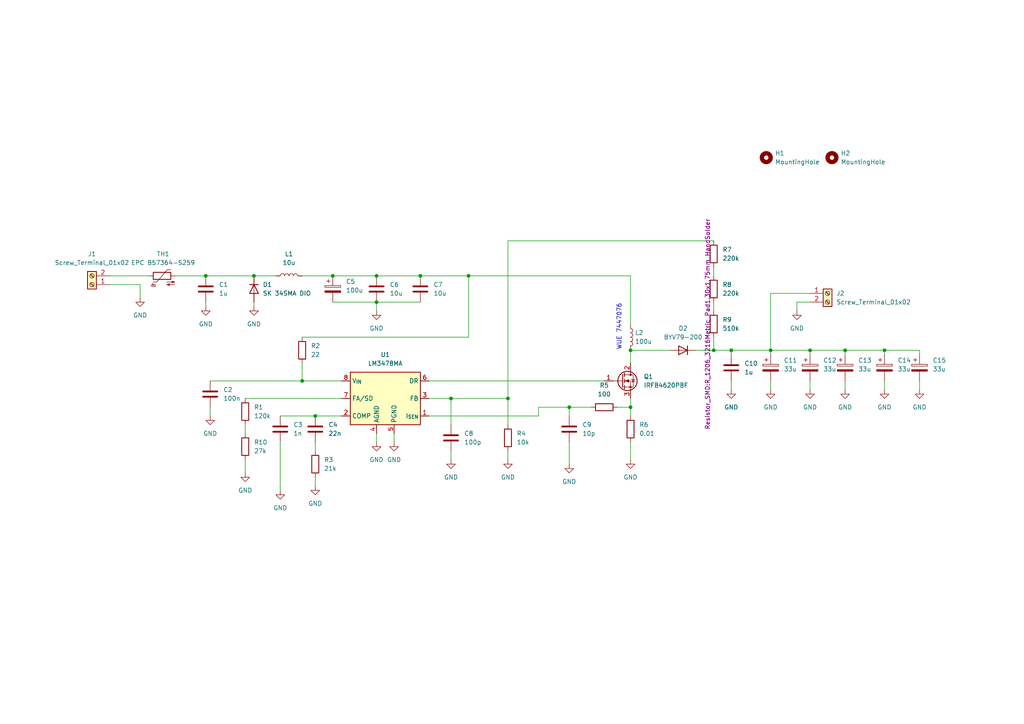
<source format=kicad_sch>
(kicad_sch (version 20211123) (generator eeschema)
  (paper "A4")
  (lib_symbols
    (symbol "Connector:Screw_Terminal_01x02" (pin_names (offset 1.016) hide)
      (property "Reference" "J" (at 0 2.54 0))
      (property "Value" "Screw_Terminal_01x02" (at 0 -5.08 0))
      (symbol "Screw_Terminal_01x02_1_1"
        (rectangle (start -1.27 1.27) (end 1.27 -3.81) (stroke (width 0.254)) (fill (type background)))
        (circle (center 0 -2.54) (radius 0.635) (stroke (width 0.1524)))
        (polyline (pts (xy -0.5334 -2.2098) (xy 0.3302 -3.048)) (stroke (width 0.1524)))
        (polyline (pts (xy -0.5334 0.3302) (xy 0.3302 -0.508)) (stroke (width 0.1524)))
        (polyline (pts (xy -0.3556 -2.032) (xy 0.508 -2.8702)) (stroke (width 0.1524)))
        (polyline (pts (xy -0.3556 0.508) (xy 0.508 -0.3302)) (stroke (width 0.1524)))
        (circle (center 0 0) (radius 0.635) (stroke (width 0.1524)))
        (pin passive line (at -5.08 0 0) (length 3.81) (name "Pin_1") (number "1"))
        (pin passive line (at -5.08 -2.54 0) (length 3.81) (name "Pin_2") (number "2"))
      )
    )
    (symbol "Device:C" (pin_numbers hide) (pin_names (offset 0.254))
      (property "Reference" "C" (at 0.635 2.54 0))
      (property "Value" "C" (at 0.635 -2.54 0))
      (symbol "C_0_1"
        (polyline (pts (xy -2.032 -0.762) (xy 2.032 -0.762)) (stroke (width 0.508)))
        (polyline (pts (xy -2.032 0.762) (xy 2.032 0.762)) (stroke (width 0.508)))
      )
      (symbol "C_1_1"
        (pin passive line (at 0 3.81 270) (length 2.794) (name "~") (number "1"))
        (pin passive line (at 0 -3.81 90) (length 2.794) (name "~") (number "2"))
      )
    )
    (symbol "Device:C_Polarized" (pin_numbers hide) (pin_names (offset 0.254))
      (property "Reference" "C" (at 0.635 2.54 0))
      (property "Value" "C_Polarized" (at 0.635 -2.54 0))
      (symbol "C_Polarized_0_1"
        (rectangle (start -2.286 0.508) (end 2.286 1.016))
        (polyline (pts (xy -1.778 2.286) (xy -0.762 2.286)))
        (polyline (pts (xy -1.27 2.794) (xy -1.27 1.778)))
        (rectangle (start 2.286 -0.508) (end -2.286 -1.016) (fill (type outline)))
      )
      (symbol "C_Polarized_1_1"
        (pin passive line (at 0 3.81 270) (length 2.794) (name "~") (number "1"))
        (pin passive line (at 0 -3.81 90) (length 2.794) (name "~") (number "2"))
      )
    )
    (symbol "Device:L" (pin_numbers hide) (pin_names (offset 1.016) hide)
      (property "Reference" "L" (at -1.27 0 90))
      (property "Value" "L" (at 1.905 0 90))
      (symbol "L_0_1"
        (arc (start 0 -2.54) (mid 0.635 -1.905) (end 0 -1.27))
        (arc (start 0 -1.27) (mid 0.635 -0.635) (end 0 0))
        (arc (start 0 0) (mid 0.635 0.635) (end 0 1.27))
        (arc (start 0 1.27) (mid 0.635 1.905) (end 0 2.54))
      )
      (symbol "L_1_1"
        (pin passive line (at 0 3.81 270) (length 1.27) (name "1") (number "1"))
        (pin passive line (at 0 -3.81 90) (length 1.27) (name "2") (number "2"))
      )
    )
    (symbol "Device:Q_NMOS_GDS" (pin_names (offset 0) hide)
      (property "Reference" "Q" (at 5.08 1.27 0))
      (property "Value" "Q_NMOS_GDS" (at 5.08 -1.27 0))
      (symbol "Q_NMOS_GDS_0_1"
        (polyline (pts (xy 0.254 0) (xy -2.54 0)))
        (polyline (pts (xy 0.254 1.905) (xy 0.254 -1.905)) (stroke (width 0.254)))
        (polyline (pts (xy 0.762 -1.27) (xy 0.762 -2.286)) (stroke (width 0.254)))
        (polyline (pts (xy 0.762 0.508) (xy 0.762 -0.508)) (stroke (width 0.254)))
        (polyline (pts (xy 0.762 2.286) (xy 0.762 1.27)) (stroke (width 0.254)))
        (polyline (pts (xy 2.54 2.54) (xy 2.54 1.778)))
        (polyline (pts (xy 2.54 -2.54) (xy 2.54 0) (xy 0.762 0)))
        (polyline (pts (xy 0.762 -1.778) (xy 3.302 -1.778) (xy 3.302 1.778) (xy 0.762 1.778)))
        (polyline (pts (xy 1.016 0) (xy 2.032 0.381) (xy 2.032 -0.381) (xy 1.016 0)) (fill (type outline)))
        (polyline (pts (xy 2.794 0.508) (xy 2.921 0.381) (xy 3.683 0.381) (xy 3.81 0.254)))
        (polyline (pts (xy 3.302 0.381) (xy 2.921 -0.254) (xy 3.683 -0.254) (xy 3.302 0.381)))
        (circle (center 1.651 0) (radius 2.794) (stroke (width 0.254)))
        (circle (center 2.54 -1.778) (radius 0.254) (fill (type outline)))
        (circle (center 2.54 1.778) (radius 0.254) (fill (type outline)))
      )
      (symbol "Q_NMOS_GDS_1_1"
        (pin input line (at -5.08 0 0) (length 2.54) (name "G") (number "1"))
        (pin passive line (at 2.54 5.08 270) (length 2.54) (name "D") (number "2"))
        (pin passive line (at 2.54 -5.08 90) (length 2.54) (name "S") (number "3"))
      )
    )
    (symbol "Device:R" (pin_numbers hide) (pin_names (offset 0))
      (property "Reference" "R" (at 2.032 0 90))
      (property "Value" "R" (at 0 0 90))
      (symbol "R_0_1"
        (rectangle (start -1.016 -2.54) (end 1.016 2.54) (stroke (width 0.254)))
      )
      (symbol "R_1_1"
        (pin passive line (at 0 3.81 270) (length 1.27) (name "~") (number "1"))
        (pin passive line (at 0 -3.81 90) (length 1.27) (name "~") (number "2"))
      )
    )
    (symbol "Device:Thermistor_NTC" (pin_numbers hide) (pin_names (offset 0))
      (property "Reference" "TH" (at -4.445 0 90))
      (property "Value" "Thermistor_NTC" (at 3.175 0 90))
      (symbol "Thermistor_NTC_0_1"
        (arc (start -3.048 2.159) (mid -3.0495 2.3143) (end -3.175 2.413))
        (arc (start -3.048 2.159) (mid -2.9736 1.9794) (end -2.794 1.905))
        (arc (start -3.048 2.794) (mid -2.9736 2.6144) (end -2.794 2.54))
        (arc (start -2.794 1.905) (mid -2.6144 1.9794) (end -2.54 2.159))
        (arc (start -2.794 2.54) (mid -2.4393 2.5587) (end -2.159 2.794))
        (arc (start -2.794 3.048) (mid -2.9736 2.9736) (end -3.048 2.794))
        (arc (start -2.54 2.794) (mid -2.6144 2.9736) (end -2.794 3.048))
        (rectangle (start -1.016 2.54) (end 1.016 -2.54) (stroke (width 0.254)))
        (polyline (pts (xy -2.54 2.159) (xy -2.54 2.794)))
        (polyline (pts (xy -1.778 2.54) (xy -1.778 1.524) (xy 1.778 -1.524) (xy 1.778 -2.54)))
        (polyline (pts (xy -2.54 -3.683) (xy -2.54 -1.397) (xy -2.794 -2.159) (xy -2.286 -2.159) (xy -2.54 -1.397) (xy -2.54 -1.651)) (fill (type outline)))
        (polyline (pts (xy -1.778 -1.397) (xy -1.778 -3.683) (xy -2.032 -2.921) (xy -1.524 -2.921) (xy -1.778 -3.683) (xy -1.778 -3.429)) (fill (type outline)))
      )
      (symbol "Thermistor_NTC_1_1"
        (pin passive line (at 0 3.81 270) (length 1.27) (name "~") (number "1"))
        (pin passive line (at 0 -3.81 90) (length 1.27) (name "~") (number "2"))
      )
    )
    (symbol "Diode:BYV79-200" (pin_numbers hide) (pin_names (offset 1.016) hide)
      (property "Reference" "D" (at 0 2.54 0))
      (property "Value" "BYV79-200" (at 0 -2.54 0))
      (symbol "BYV79-200_0_1"
        (polyline (pts (xy -1.27 1.27) (xy -1.27 -1.27)) (stroke (width 0.254)))
        (polyline (pts (xy 1.27 0) (xy -1.27 0)))
        (polyline (pts (xy 1.27 1.27) (xy 1.27 -1.27) (xy -1.27 0) (xy 1.27 1.27)) (stroke (width 0.254)))
      )
      (symbol "BYV79-200_1_1"
        (pin passive line (at -3.81 0 0) (length 2.54) (name "K") (number "1"))
        (pin passive line (at 3.81 0 180) (length 2.54) (name "A") (number "2"))
      )
    )
    (symbol "Mechanical:MountingHole" (pin_names (offset 1.016))
      (property "Reference" "H" (at 0 5.08 0))
      (property "Value" "MountingHole" (at 0 3.175 0))
      (symbol "MountingHole_0_1"
        (circle (center 0 0) (radius 1.27) (stroke (width 1.27)))
      )
    )
    (symbol "Regulator_Controller:LM3478MA"
      (property "Reference" "U" (at -9.525 8.89 0))
      (property "Value" "LM3478MA" (at 5.08 8.89 0))
      (symbol "LM3478MA_0_1"
        (rectangle (start -10.16 7.62) (end 10.16 -7.62) (stroke (width 0.254)) (fill (type background)))
      )
      (symbol "LM3478MA_1_1"
        (pin input line (at 12.7 -5.08 180) (length 2.54) (name "I_{SEN}") (number "1"))
        (pin input line (at -12.7 -5.08 0) (length 2.54) (name "COMP") (number "2"))
        (pin input line (at 12.7 0 180) (length 2.54) (name "FB") (number "3"))
        (pin power_in line (at -2.54 -10.16 90) (length 2.54) (name "AGND") (number "4"))
        (pin power_in line (at 2.54 -10.16 90) (length 2.54) (name "PGND") (number "5"))
        (pin output line (at 12.7 5.08 180) (length 2.54) (name "DR") (number "6"))
        (pin input line (at -12.7 0 0) (length 2.54) (name "FA/SD") (number "7"))
        (pin power_in line (at -12.7 5.08 0) (length 2.54) (name "V_{IN}") (number "8"))
      )
    )
    (symbol "power:GND" (power) (pin_names (offset 0))
      (property "Value" "GND" (at 0 -3.81 0))
      (symbol "GND_0_1"
        (polyline (pts (xy 0 0) (xy 0 -1.27) (xy 1.27 -1.27) (xy 0 -2.54) (xy -1.27 -1.27) (xy 0 -1.27)))
      )
      (symbol "GND_1_1"
        (pin power_in line (at 0 0 270) (length 0) hide (name "GND") (number "1"))
      )
    )
  )
  (junction (at 245.11 101.6))
  (junction (at 212.09 101.6))
  (junction (at 207.01 101.6))
  (junction (at 109.22 87.63))
  (junction (at 135.89 80.01))
  (junction (at 121.92 80.01))
  (junction (at 59.69 80.01))
  (junction (at 256.54 101.6))
  (junction (at 109.22 80.01))
  (junction (at 87.63 110.49))
  (junction (at 182.88 118.11))
  (junction (at 73.66 80.01))
  (junction (at 91.44 120.65))
  (junction (at 165.1 118.11))
  (junction (at 234.95 101.6))
  (junction (at 130.81 115.57))
  (junction (at 182.88 101.6))
  (junction (at 223.52 101.6))
  (junction (at 96.52 80.01))
  (junction (at 147.32 115.57))
  (wire (pts (xy 147.32 115.57) (xy 147.32 123.19)))
  (wire (pts (xy 73.66 87.63) (xy 73.66 88.9)))
  (wire (pts (xy 135.89 80.01) (xy 182.88 80.01)))
  (wire (pts (xy 31.75 80.01) (xy 43.18 80.01)))
  (wire (pts (xy 96.52 80.01) (xy 109.22 80.01)))
  (wire (pts (xy 109.22 125.73) (xy 109.22 128.27)))
  (wire (pts (xy 223.52 85.09) (xy 223.52 101.6)))
  (wire (pts (xy 182.88 115.57) (xy 182.88 118.11)))
  (wire (pts (xy 40.64 82.55) (xy 40.64 86.36)))
  (wire (pts (xy 156.21 120.65) (xy 156.21 118.11)))
  (wire (pts (xy 124.46 115.57) (xy 130.81 115.57)))
  (wire (pts (xy 234.95 101.6) (xy 245.11 101.6)))
  (wire (pts (xy 114.3 125.73) (xy 114.3 128.27)))
  (wire (pts (xy 245.11 101.6) (xy 256.54 101.6)))
  (wire (pts (xy 71.12 115.57) (xy 99.06 115.57)))
  (wire (pts (xy 165.1 118.11) (xy 165.1 120.65)))
  (wire (pts (xy 91.44 128.27) (xy 91.44 130.81)))
  (wire (pts (xy 135.89 97.79) (xy 135.89 80.01)))
  (wire (pts (xy 256.54 101.6) (xy 256.54 102.87)))
  (wire (pts (xy 212.09 101.6) (xy 223.52 101.6)))
  (wire (pts (xy 212.09 101.6) (xy 212.09 102.87)))
  (wire (pts (xy 81.28 120.65) (xy 91.44 120.65)))
  (wire (pts (xy 179.07 118.11) (xy 182.88 118.11)))
  (wire (pts (xy 147.32 69.85) (xy 207.01 69.85)))
  (wire (pts (xy 87.63 105.41) (xy 87.63 110.49)))
  (wire (pts (xy 96.52 87.63) (xy 109.22 87.63)))
  (wire (pts (xy 223.52 101.6) (xy 234.95 101.6)))
  (wire (pts (xy 156.21 118.11) (xy 165.1 118.11)))
  (wire (pts (xy 234.95 101.6) (xy 234.95 102.87)))
  (wire (pts (xy 59.69 80.01) (xy 73.66 80.01)))
  (wire (pts (xy 171.45 118.11) (xy 165.1 118.11)))
  (wire (pts (xy 231.14 87.63) (xy 231.14 90.17)))
  (wire (pts (xy 266.7 110.49) (xy 266.7 113.03)))
  (wire (pts (xy 87.63 110.49) (xy 60.96 110.49)))
  (wire (pts (xy 87.63 97.79) (xy 135.89 97.79)))
  (wire (pts (xy 50.8 80.01) (xy 59.69 80.01)))
  (wire (pts (xy 256.54 110.49) (xy 256.54 113.03)))
  (wire (pts (xy 245.11 101.6) (xy 245.11 102.87)))
  (wire (pts (xy 182.88 118.11) (xy 182.88 120.65)))
  (wire (pts (xy 256.54 101.6) (xy 266.7 101.6)))
  (wire (pts (xy 207.01 87.63) (xy 207.01 90.17)))
  (wire (pts (xy 91.44 138.43) (xy 91.44 140.97)))
  (wire (pts (xy 182.88 101.6) (xy 182.88 105.41)))
  (wire (pts (xy 109.22 87.63) (xy 109.22 90.17)))
  (wire (pts (xy 223.52 101.6) (xy 223.52 102.87)))
  (wire (pts (xy 71.12 133.35) (xy 71.12 137.16)))
  (wire (pts (xy 165.1 128.27) (xy 165.1 134.62)))
  (wire (pts (xy 207.01 101.6) (xy 212.09 101.6)))
  (wire (pts (xy 31.75 82.55) (xy 40.64 82.55)))
  (wire (pts (xy 266.7 102.87) (xy 266.7 101.6)))
  (wire (pts (xy 201.93 101.6) (xy 207.01 101.6)))
  (wire (pts (xy 130.81 115.57) (xy 130.81 123.19)))
  (wire (pts (xy 207.01 77.47) (xy 207.01 80.01)))
  (wire (pts (xy 109.22 87.63) (xy 121.92 87.63)))
  (wire (pts (xy 182.88 80.01) (xy 182.88 93.98)))
  (wire (pts (xy 147.32 130.81) (xy 147.32 133.35)))
  (wire (pts (xy 130.81 130.81) (xy 130.81 133.35)))
  (wire (pts (xy 109.22 80.01) (xy 121.92 80.01)))
  (wire (pts (xy 234.95 87.63) (xy 231.14 87.63)))
  (wire (pts (xy 182.88 101.6) (xy 194.31 101.6)))
  (wire (pts (xy 245.11 110.49) (xy 245.11 113.03)))
  (wire (pts (xy 59.69 87.63) (xy 59.69 88.9)))
  (wire (pts (xy 60.96 118.11) (xy 60.96 120.65)))
  (wire (pts (xy 99.06 110.49) (xy 87.63 110.49)))
  (wire (pts (xy 87.63 80.01) (xy 96.52 80.01)))
  (wire (pts (xy 223.52 110.49) (xy 223.52 113.03)))
  (wire (pts (xy 207.01 101.6) (xy 207.01 97.79)))
  (wire (pts (xy 182.88 133.35) (xy 182.88 128.27)))
  (wire (pts (xy 124.46 120.65) (xy 156.21 120.65)))
  (wire (pts (xy 121.92 80.01) (xy 135.89 80.01)))
  (wire (pts (xy 73.66 80.01) (xy 80.01 80.01)))
  (wire (pts (xy 212.09 110.49) (xy 212.09 113.03)))
  (wire (pts (xy 130.81 115.57) (xy 147.32 115.57)))
  (wire (pts (xy 147.32 115.57) (xy 147.32 69.85)))
  (wire (pts (xy 234.95 110.49) (xy 234.95 113.03)))
  (wire (pts (xy 81.28 128.27) (xy 81.28 142.24)))
  (wire (pts (xy 124.46 110.49) (xy 175.26 110.49)))
  (wire (pts (xy 91.44 120.65) (xy 99.06 120.65)))
  (wire (pts (xy 234.95 85.09) (xy 223.52 85.09)))
  (wire (pts (xy 71.12 123.19) (xy 71.12 125.73)))
  (text "WUE 7447076" (at 180.34 101.6 90) (effects (font (size 1.27 1.27)) (justify left bottom)))
  (symbol (lib_id "Device:Thermistor_NTC") (at 46.99 80.01 90) (unit 1)
    (property "Reference" "TH1" (at 47.3075 73.66 90))
    (property "Value" "EPC B57364-S259" (at 47.3075 76.2 90))
    (property "Footprint" "Resistor_THT:R_Axial_Power_L20.0mm_W6.4mm_P7.62mm_Vertical" (effects hide))
  )
  (symbol (lib_id "Device:C") (at 130.81 127 0) (unit 1)
    (property "Reference" "C8" (at 134.62 125.7299 0) (effects (justify left)))
    (property "Value" "100p" (at 134.62 128.2699 0) (effects (justify left)))
    (property "Footprint" "Capacitor_SMD:C_0603_1608Metric_Pad1.08x0.95mm_HandSolder" (effects hide))
  )
  (symbol (lib_id "Diode:BYV79-200") (at 198.12 101.6 180) (unit 1)
    (property "Reference" "D2" (at 198.12 95.25 0))
    (property "Value" "BYV79-200" (at 198.12 97.79 0))
    (property "Footprint" "Package_TO_SOT_THT:TO-220-2_Vertical" (effects hide))
    (property "Datasheet" "http://pdf.datasheetcatalog.com/datasheet/philips/BYV79-100.pdf" (effects hide))
  )
  (symbol (lib_id "Device:C_Polarized") (at 223.52 106.68 0) (unit 1)
    (property "Reference" "C11" (at 227.33 104.5209 0) (effects (justify left)))
    (property "Value" "33u" (at 227.33 107.0609 0) (effects (justify left)))
    (property "Footprint" "Capacitor_THT:C_Radial_D10.0mm_H20.0mm_P5.00mm" (effects hide))
  )
  (symbol (lib_id "Device:C") (at 91.44 124.46 0) (unit 1)
    (property "Reference" "C4" (at 95.25 123.1899 0) (effects (justify left)))
    (property "Value" "22n" (at 95.25 125.7299 0) (effects (justify left)))
    (property "Footprint" "Capacitor_SMD:C_0603_1608Metric_Pad1.08x0.95mm_HandSolder" (effects hide))
  )
  (symbol (lib_id "power:GND") (at 40.64 86.36 0) (unit 1)
    (property "Reference" "#PWR0112" (effects hide))
    (property "Value" "GND" (at 40.64 91.44 0))
  )
  (symbol (lib_id "Mechanical:MountingHole") (at 241.3 45.72 0) (unit 1)
    (property "Reference" "H2" (at 243.84 44.4499 0) (effects (justify left)))
    (property "Value" "MountingHole" (at 243.84 46.9899 0) (effects (justify left)))
    (property "Footprint" "MountingHole:MountingHole_2.7mm_M2.5" (effects hide))
  )
  (symbol (lib_id "power:GND") (at 91.44 140.97 0) (unit 1)
    (property "Reference" "#PWR0108" (effects hide))
    (property "Value" "GND" (at 91.44 146.05 0))
  )
  (symbol (lib_id "Connector:Screw_Terminal_01x02") (at 26.67 82.55 180) (unit 1)
    (property "Reference" "J1" (at 26.67 73.66 0))
    (property "Value" "Screw_Terminal_01x02" (at 26.67 76.2 0))
    (property "Footprint" "TerminalBlock_Phoenix:TerminalBlock_Phoenix_PT-1,5-2-3.5-H_1x02_P3.50mm_Horizontal" (effects hide))
  )
  (symbol (lib_id "power:GND") (at 59.69 88.9 0) (unit 1)
    (property "Reference" "#PWR0114" (effects hide))
    (property "Value" "GND" (at 59.69 93.98 0))
  )
  (symbol (lib_id "Device:C_Polarized") (at 256.54 106.68 0) (unit 1)
    (property "Reference" "C14" (at 260.35 104.5209 0) (effects (justify left)))
    (property "Value" "33u" (at 260.35 107.0609 0) (effects (justify left)))
    (property "Footprint" "Capacitor_THT:C_Radial_D10.0mm_H20.0mm_P5.00mm" (effects hide))
  )
  (symbol (lib_id "power:GND") (at 165.1 134.62 0) (unit 1)
    (property "Reference" "#PWR0102" (effects hide))
    (property "Value" "GND" (at 165.1 139.7 0))
  )
  (symbol (lib_id "Device:C") (at 121.92 83.82 0) (unit 1)
    (property "Reference" "C7" (at 125.73 82.5499 0) (effects (justify left)))
    (property "Value" "10u" (at 125.73 85.0899 0) (effects (justify left)))
    (property "Footprint" "Resistor_SMD:R_1210_3225Metric_Pad1.30x2.65mm_HandSolder" (effects hide))
  )
  (symbol (lib_id "Connector:Screw_Terminal_01x02") (at 240.03 85.09 0) (unit 1)
    (property "Reference" "J2" (at 242.57 85.0899 0) (effects (justify left)))
    (property "Value" "Screw_Terminal_01x02" (at 242.57 87.6299 0) (effects (justify left)))
    (property "Footprint" "TerminalBlock_Phoenix:TerminalBlock_Phoenix_PT-1,5-2-3.5-H_1x02_P3.50mm_Horizontal" (effects hide))
  )
  (symbol (lib_id "Device:C") (at 212.09 106.68 0) (unit 1)
    (property "Reference" "C10" (at 215.9 105.4099 0) (effects (justify left)))
    (property "Value" "1u" (at 215.9 107.9499 0) (effects (justify left)))
    (property "Footprint" "Capacitor_THT:C_Rect_L18.0mm_W7.0mm_P15.00mm_FKS3_FKP3" (effects hide))
  )
  (symbol (lib_id "power:GND") (at 109.22 128.27 0) (unit 1)
    (property "Reference" "#PWR0105" (effects hide))
    (property "Value" "GND" (at 109.22 133.35 0))
  )
  (symbol (lib_id "Device:R") (at 182.88 124.46 0) (unit 1)
    (property "Reference" "R6" (at 185.42 123.1899 0) (effects (justify left)))
    (property "Value" "0,01" (at 185.42 125.7299 0) (effects (justify left)))
    (property "Footprint" "Resistor_SMD:R_1206_3216Metric_Pad1.30x1.75mm_HandSolder" (effects hide))
  )
  (symbol (lib_id "Device:R") (at 207.01 73.66 0) (unit 1)
    (property "Reference" "R7" (at 209.55 72.3899 0) (effects (justify left)))
    (property "Value" "220k" (at 209.55 74.9299 0) (effects (justify left)))
    (property "Footprint" "Resistor_SMD:R_1206_3216Metric_Pad1.30x1.75mm_HandSolder" (effects hide))
  )
  (symbol (lib_id "power:GND") (at 266.7 113.03 0) (unit 1)
    (property "Reference" "#PWR0121" (effects hide))
    (property "Value" "GND" (at 266.7 118.11 0))
  )
  (symbol (lib_id "Device:C_Polarized") (at 96.52 83.82 0) (unit 1)
    (property "Reference" "C5" (at 100.33 81.6609 0) (effects (justify left)))
    (property "Value" "100u" (at 100.33 84.2009 0) (effects (justify left)))
    (property "Footprint" "Capacitor_THT:C_Radial_D8.0mm_H11.5mm_P3.50mm" (effects hide))
  )
  (symbol (lib_id "Device:R") (at 207.01 83.82 0) (unit 1)
    (property "Reference" "R8" (at 209.55 82.5499 0) (effects (justify left)))
    (property "Value" "220k" (at 209.55 85.0899 0) (effects (justify left)))
    (property "Footprint" "Resistor_SMD:R_1206_3216Metric_Pad1.30x1.75mm_HandSolder" (effects hide))
  )
  (symbol (lib_id "Device:R") (at 87.63 101.6 0) (unit 1)
    (property "Reference" "R2" (at 90.17 100.3299 0) (effects (justify left)))
    (property "Value" "22" (at 90.17 102.8699 0) (effects (justify left)))
    (property "Footprint" "Resistor_SMD:R_0805_2012Metric_Pad1.20x1.40mm_HandSolder" (effects hide))
  )
  (symbol (lib_id "Regulator_Controller:LM3478MA") (at 111.76 115.57 0) (unit 1)
    (property "Reference" "U1" (at 111.76 102.87 0))
    (property "Value" "LM3478MA" (at 111.76 105.41 0))
    (property "Footprint" "Package_SO:SOIC-8_3.9x4.9mm_P1.27mm" (effects hide))
    (property "Datasheet" "https://www.ti.com/lit/gpn/lm3478" (effects hide))
  )
  (symbol (lib_id "power:GND") (at 60.96 120.65 0) (unit 1)
    (property "Reference" "#PWR0111" (effects hide))
    (property "Value" "GND" (at 60.96 125.73 0))
  )
  (symbol (lib_id "Device:Q_NMOS_GDS") (at 180.34 110.49 0) (unit 1)
    (property "Reference" "Q1" (at 186.69 109.2199 0) (effects (justify left)))
    (property "Value" "IRFB4620PBF" (at 186.69 111.7599 0) (effects (justify left)))
    (property "Footprint" "Package_TO_SOT_THT:TO-220-3_Vertical" (effects hide))
  )
  (symbol (lib_id "Device:C_Polarized") (at 245.11 106.68 0) (unit 1)
    (property "Reference" "C13" (at 248.92 104.5209 0) (effects (justify left)))
    (property "Value" "33u" (at 248.92 107.0609 0) (effects (justify left)))
    (property "Footprint" "Capacitor_THT:C_Radial_D10.0mm_H20.0mm_P5.00mm" (effects hide))
  )
  (symbol (lib_id "Device:C") (at 60.96 114.3 0) (unit 1)
    (property "Reference" "C2" (at 64.77 113.0299 0) (effects (justify left)))
    (property "Value" "100n" (at 64.77 115.5699 0) (effects (justify left)))
    (property "Footprint" "Capacitor_SMD:C_0805_2012Metric_Pad1.18x1.45mm_HandSolder" (effects hide))
  )
  (symbol (lib_id "Device:C") (at 59.69 83.82 0) (unit 1)
    (property "Reference" "C1" (at 63.5 82.5499 0) (effects (justify left)))
    (property "Value" "1u" (at 63.5 85.0899 0) (effects (justify left)))
    (property "Footprint" "Resistor_SMD:R_0805_2012Metric_Pad1.20x1.40mm_HandSolder" (effects hide))
  )
  (symbol (lib_id "Device:R") (at 91.44 134.62 0) (unit 1)
    (property "Reference" "R3" (at 93.98 133.3499 0) (effects (justify left)))
    (property "Value" "21k" (at 93.98 135.8899 0) (effects (justify left)))
    (property "Footprint" "Resistor_SMD:R_0805_2012Metric_Pad1.20x1.40mm_HandSolder" (effects hide))
  )
  (symbol (lib_id "Device:C") (at 81.28 124.46 0) (unit 1)
    (property "Reference" "C3" (at 85.09 123.1899 0) (effects (justify left)))
    (property "Value" "1n" (at 85.09 125.7299 0) (effects (justify left)))
    (property "Footprint" "Capacitor_SMD:C_0603_1608Metric_Pad1.08x0.95mm_HandSolder" (effects hide))
  )
  (symbol (lib_id "power:GND") (at 109.22 90.17 0) (unit 1)
    (property "Reference" "#PWR0109" (effects hide))
    (property "Value" "GND" (at 109.22 95.25 0))
  )
  (symbol (lib_id "power:GND") (at 231.14 90.17 0) (unit 1)
    (property "Reference" "#PWR0118" (effects hide))
    (property "Value" "GND" (at 231.14 95.25 0))
  )
  (symbol (lib_id "power:GND") (at 130.81 133.35 0) (unit 1)
    (property "Reference" "#PWR0104" (effects hide))
    (property "Value" "GND" (at 130.81 138.43 0))
  )
  (symbol (lib_id "Device:R") (at 207.01 93.98 0) (unit 1)
    (property "Reference" "R9" (at 209.55 92.7099 0) (effects (justify left)))
    (property "Value" "510k" (at 209.55 95.2499 0) (effects (justify left)))
    (property "Footprint" "Resistor_SMD:R_1206_3216Metric_Pad1.30x1.75mm_HandSolder" (at 205.232 93.98 90))
  )
  (symbol (lib_id "power:GND") (at 147.32 133.35 0) (unit 1)
    (property "Reference" "#PWR0103" (effects hide))
    (property "Value" "GND" (at 147.32 138.43 0))
  )
  (symbol (lib_id "Diode:BYV79-200") (at 73.66 83.82 270) (unit 1)
    (property "Reference" "D1" (at 76.2 82.5499 90) (effects (justify left)))
    (property "Value" "SK 34SMA DIO" (at 76.2 85.0899 90) (effects (justify left)))
    (property "Footprint" "Diode_SMD:D_SMA" (effects hide))
    (property "Datasheet" "http://pdf.datasheetcatalog.com/datasheet/philips/BYV79-100.pdf" (effects hide))
  )
  (symbol (lib_id "power:GND") (at 245.11 113.03 0) (unit 1)
    (property "Reference" "#PWR0117" (effects hide))
    (property "Value" "GND" (at 245.11 118.11 0))
  )
  (symbol (lib_id "Device:L") (at 83.82 80.01 90) (unit 1)
    (property "Reference" "L1" (at 83.82 73.66 90))
    (property "Value" "10u" (at 83.82 76.2 90))
    (property "Footprint" "Inductor_THT:L_Toroid_Vertical_L16.4mm_W7.6mm_P6.60mm_Vishay_TJ3" (effects hide))
  )
  (symbol (lib_id "power:GND") (at 223.52 113.03 0) (unit 1)
    (property "Reference" "#PWR0116" (effects hide))
    (property "Value" "GND" (at 223.52 118.11 0))
  )
  (symbol (lib_id "power:GND") (at 73.66 88.9 0) (unit 1)
    (property "Reference" "#PWR0113" (effects hide))
    (property "Value" "GND" (at 73.66 93.98 0))
  )
  (symbol (lib_id "Device:C_Polarized") (at 234.95 106.68 0) (unit 1)
    (property "Reference" "C12" (at 238.76 104.5209 0) (effects (justify left)))
    (property "Value" "33u" (at 238.76 107.0609 0) (effects (justify left)))
    (property "Footprint" "Capacitor_THT:C_Radial_D10.0mm_H20.0mm_P5.00mm" (effects hide))
  )
  (symbol (lib_id "Device:R") (at 175.26 118.11 90) (unit 1)
    (property "Reference" "R5" (at 175.26 111.76 90))
    (property "Value" "100" (at 175.26 114.3 90))
    (property "Footprint" "Resistor_SMD:R_0805_2012Metric_Pad1.20x1.40mm_HandSolder" (effects hide))
  )
  (symbol (lib_id "power:GND") (at 114.3 128.27 0) (unit 1)
    (property "Reference" "#PWR0106" (effects hide))
    (property "Value" "GND" (at 114.3 133.35 0))
  )
  (symbol (lib_id "Device:L") (at 182.88 97.79 0) (unit 1)
    (property "Reference" "L2" (at 184.15 96.5199 0) (effects (justify left)))
    (property "Value" "100u" (at 184.15 99.0599 0) (effects (justify left)))
    (property "Footprint" "Inductor_THT:L_Toroid_Vertical_L26.7mm_W14.0mm_P10.16mm_Pulse_D" (effects hide))
  )
  (symbol (lib_id "Device:R") (at 71.12 119.38 0) (unit 1)
    (property "Reference" "R1" (at 73.66 118.1099 0) (effects (justify left)))
    (property "Value" "120k" (at 73.66 120.6499 0) (effects (justify left)))
    (property "Footprint" "Resistor_SMD:R_0805_2012Metric_Pad1.20x1.40mm_HandSolder" (effects hide))
  )
  (symbol (lib_id "power:GND") (at 81.28 142.24 0) (unit 1)
    (property "Reference" "#PWR0107" (effects hide))
    (property "Value" "GND" (at 81.28 147.32 0))
  )
  (symbol (lib_id "power:GND") (at 71.12 137.16 0) (unit 1)
    (property "Reference" "#PWR0110" (effects hide))
    (property "Value" "GND" (at 71.12 142.24 0))
  )
  (symbol (lib_id "power:GND") (at 182.88 133.35 0) (unit 1)
    (property "Reference" "#PWR0101" (effects hide))
    (property "Value" "GND" (at 182.88 138.43 0))
  )
  (symbol (lib_id "Device:C") (at 165.1 124.46 0) (unit 1)
    (property "Reference" "C9" (at 168.91 123.1899 0) (effects (justify left)))
    (property "Value" "10p" (at 168.91 125.7299 0) (effects (justify left)))
    (property "Footprint" "Capacitor_SMD:C_0603_1608Metric_Pad1.08x0.95mm_HandSolder" (effects hide))
  )
  (symbol (lib_id "Mechanical:MountingHole") (at 222.25 45.72 0) (unit 1)
    (property "Reference" "H1" (at 224.79 44.4499 0) (effects (justify left)))
    (property "Value" "MountingHole" (at 224.79 46.9899 0) (effects (justify left)))
    (property "Footprint" "MountingHole:MountingHole_2.7mm_M2.5" (effects hide))
  )
  (symbol (lib_id "power:GND") (at 234.95 113.03 0) (unit 1)
    (property "Reference" "#PWR0119" (effects hide))
    (property "Value" "GND" (at 234.95 118.11 0))
  )
  (symbol (lib_id "Device:C") (at 109.22 83.82 0) (unit 1)
    (property "Reference" "C6" (at 113.03 82.5499 0) (effects (justify left)))
    (property "Value" "10u" (at 113.03 85.0899 0) (effects (justify left)))
    (property "Footprint" "Resistor_SMD:R_1210_3225Metric_Pad1.30x2.65mm_HandSolder" (effects hide))
  )
  (symbol (lib_id "Device:R") (at 147.32 127 0) (unit 1)
    (property "Reference" "R4" (at 149.86 125.7299 0) (effects (justify left)))
    (property "Value" "10k" (at 149.86 128.2699 0) (effects (justify left)))
    (property "Footprint" "Resistor_SMD:R_0805_2012Metric_Pad1.20x1.40mm_HandSolder" (effects hide))
  )
  (symbol (lib_id "power:GND") (at 212.09 113.03 0) (unit 1)
    (property "Reference" "#PWR0115" (effects hide))
    (property "Value" "GND" (at 212.09 118.11 0))
  )
  (symbol (lib_id "power:GND") (at 256.54 113.03 0) (unit 1)
    (property "Reference" "#PWR0120" (effects hide))
    (property "Value" "GND" (at 256.54 118.11 0))
  )
  (symbol (lib_id "Device:R") (at 71.12 129.54 0) (unit 1)
    (property "Reference" "R10" (at 73.66 128.2699 0) (effects (justify left)))
    (property "Value" "27k" (at 73.66 130.8099 0) (effects (justify left)))
    (property "Footprint" "Resistor_SMD:R_0805_2012Metric_Pad1.20x1.40mm_HandSolder" (effects hide))
  )
  (symbol (lib_id "Device:C_Polarized") (at 266.7 106.68 0) (unit 1)
    (property "Reference" "C15" (at 270.51 104.5209 0) (effects (justify left)))
    (property "Value" "33u" (at 270.51 107.0609 0) (effects (justify left)))
    (property "Footprint" "Capacitor_THT:C_Radial_D10.0mm_H20.0mm_P5.00mm" (effects hide))
  )
)
</source>
